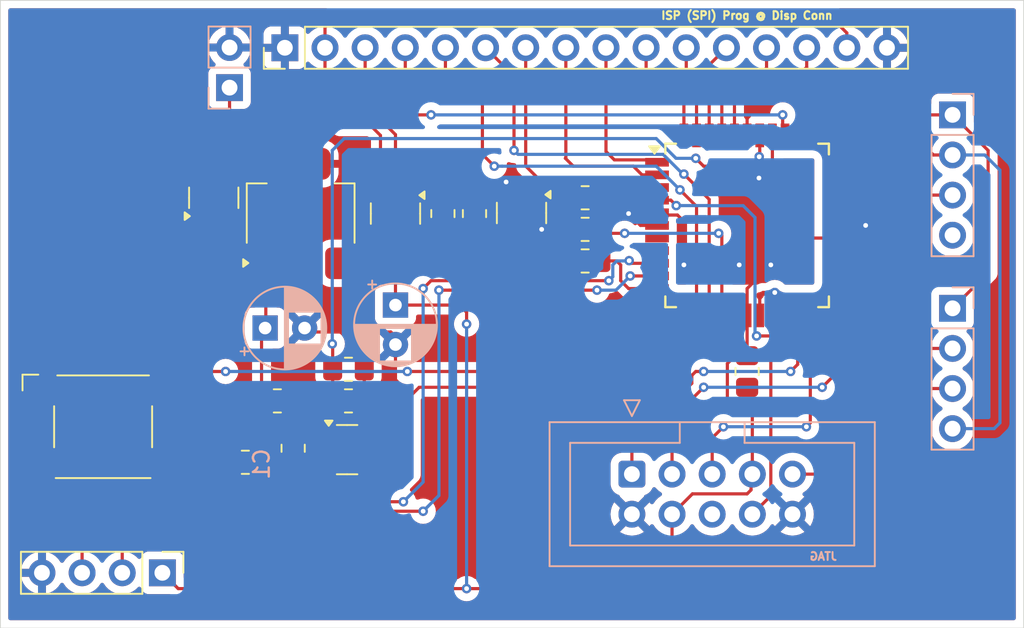
<source format=kicad_pcb>
(kicad_pcb (version 20240108) (generator "pcbnew") (generator_version "8.0")
  (layers (0 "F.Cu" signal) (31 "B.Cu" signal) (34 "B.Paste" user) (35 "F.Paste" user) (36 "B.SilkS" user "B.Silkscreen") (37 "F.SilkS" user "F.Silkscreen") (38 "B.Mask" user) (39 "F.Mask" user) (44 "Edge.Cuts" user))
  (net 0 "")
  (net 1 "Net-(Q1-B)")
  (net 2 "Net-(Q1-C)")
  (net 5 "Net-(Q3-C)")
  (net 6 "Net-(Q3-B)")
  (net 8 "/SensSup+")
  (net 9 "/SensEcho")
  (net 10 "/Wakeup")
  (net 11 "/VBatMeasEN")
  (net 12 "/TX0")
  (net 13 "/SensSig")
  (net 14 "/RX0")
  (net 16 "/VBatMeas")
  (net 17 "/SensTrig")
  (net 19 "/SensSup-")
  (net 20 "/Disp+")
  (net 22 "/DispEn")
  (net 25 "/TDI")
  (net 27 "+5V")
  (net 28 "GND")
  (net 29 "+9V")
  (net 30 "/TMS")
  (net 31 "/TCK")
  (net 32 "/TDO")
  (net 33 "/RESET")
  (net 34 "/D0")
  (net 35 "/D4")
  (net 36 "/D3")
  (net 37 "/RW")
  (net 38 "/D7")
  (net 39 "/RS")
  (net 40 "/D2")
  (net 41 "/E")
  (net 42 "/D1")
  (net 43 "/V0")
  (net 44 "/D6")
  (net 45 "/D5")
  (net 48 "/+9VFilt")
  (footprint "Resistor_SMD:R_0805_2012Metric_Pad1.20x1.40mm_HandSolder" (layer "F.Cu") (at 81.5 63)
    (property "Reference" "R10" (hide yes))
    (property "Value" "10K" (hide yes))
    (pad "1" smd roundrect (at -1 0) (size 1.2 1.4) (layers "F.Cu" "F.Paste" "F.Mask") (roundrect_rratio 0.2083333333) (net 27 "+5V"))
    (pad "2" smd roundrect (at 1 0) (size 1.2 1.4) (layers "F.Cu" "F.Paste" "F.Mask") (roundrect_rratio 0.2083333333) (net 10 "/Wakeup"))
  )
  (footprint "Resistor_SMD:R_0805_2012Metric_Pad1.20x1.40mm_HandSolder" (layer "F.Cu") (at 74.5 60 -90)
    (property "Reference" "R12" (hide yes))
    (property "Value" "TBD" (hide yes))
    (pad "1" smd roundrect (at -1 0 270) (size 1.2 1.4) (layers "F.Cu" "F.Paste" "F.Mask") (roundrect_rratio 0.2083333333) (net 43 "/V0"))
    (pad "2" smd roundrect (at 1 0 270) (size 1.2 1.4) (layers "F.Cu" "F.Paste" "F.Mask") (roundrect_rratio 0.2083333333) (net 5 "Net-(Q3-C)"))
  )
  (footprint "Resistor_SMD:R_0805_2012Metric_Pad1.20x1.40mm_HandSolder" (layer "F.Cu") (at 66.525 71.8625)
    (property "Reference" "R2" (hide yes))
    (property "Value" "10K" (hide yes))
    (pad "1" smd roundrect (at -1 0) (size 1.2 1.4) (layers "F.Cu" "F.Paste" "F.Mask") (roundrect_rratio 0.2083333333) (net 16 "/VBatMeas"))
    (pad "2" smd roundrect (at 1 0) (size 1.2 1.4) (layers "F.Cu" "F.Paste" "F.Mask") (roundrect_rratio 0.2083333333) (net 2 "Net-(Q1-C)"))
  )
  (footprint "Resistor_SMD:R_0805_2012Metric_Pad1.20x1.40mm_HandSolder" (layer "F.Cu") (at 91.75 70 -90)
    (property "Reference" "R5" (hide yes))
    (property "Value" "10K" (hide yes))
    (pad "1" smd roundrect (at -1 0 270) (size 1.2 1.4) (layers "F.Cu" "F.Paste" "F.Mask") (roundrect_rratio 0.2083333333) (net 27 "+5V"))
    (pad "2" smd roundrect (at 1 0 270) (size 1.2 1.4) (layers "F.Cu" "F.Paste" "F.Mask") (roundrect_rratio 0.2083333333) (net 33 "/RESET"))
  )
  (footprint "Resistor_SMD:R_0805_2012Metric_Pad1.20x1.40mm_HandSolder" (layer "F.Cu") (at 81.5 61 180)
    (property "Reference" "R14" (hide yes))
    (property "Value" "10K" (hide yes))
    (pad "1" smd roundrect (at -1 0 180) (size 1.2 1.4) (layers "F.Cu" "F.Paste" "F.Mask") (roundrect_rratio 0.2083333333) (net 22 "/DispEn"))
    (pad "2" smd roundrect (at 1 0 180) (size 1.2 1.4) (layers "F.Cu" "F.Paste" "F.Mask") (roundrect_rratio 0.2083333333) (net 28 "GND"))
  )
  (footprint "Package_TO_SOT_SMD:SOT-23" (layer "F.Cu") (at 58 59 90)
    (property "Reference" "Q5" (hide yes))
    (property "Value" "BC847" (hide yes))
    (pad "1" smd roundrect (at -0.9375 -0.95 90) (size 1.475 0.6) (layers "F.Cu" "F.Paste" "F.Mask") (net 29 "+9V"))
    (pad "2" smd roundrect (at -0.9375 0.95 90) (size 1.475 0.6) (layers "F.Cu" "F.Paste" "F.Mask") (net 48 "/+9VFilt"))
    (pad "3" smd roundrect (at 0.9375 0 90) (size 1.475 0.6) (layers "F.Cu" "F.Paste" "F.Mask") (net 29 "+9V"))
  )
  (footprint "Package_TO_SOT_SMD:SOT-23" (layer "F.Cu") (at 69.5 60 -90)
    (property "Reference" "Q4" (hide yes))
    (property "Value" "BC847" (hide yes))
    (pad "1" smd roundrect (at -0.9375 -0.95 270) (size 1.475 0.6) (layers "F.Cu" "F.Paste" "F.Mask") (net 22 "/DispEn"))
    (pad "2" smd roundrect (at -0.9375 0.95 270) (size 1.475 0.6) (layers "F.Cu" "F.Paste" "F.Mask") (net 20 "/Disp+"))
    (pad "3" smd roundrect (at 0.9375 0 270) (size 1.475 0.6) (layers "F.Cu" "F.Paste" "F.Mask") (net 27 "+5V"))
  )
  (footprint "Resistor_SMD:R_0805_2012Metric_Pad1.20x1.40mm_HandSolder" (layer "F.Cu") (at 81.5 59)
    (property "Reference" "R13" (hide yes))
    (property "Value" "100R" (hide yes))
    (pad "1" smd roundrect (at -1 0) (size 1.2 1.4) (layers "F.Cu" "F.Paste" "F.Mask") (roundrect_rratio 0.2083333333) (net 6 "Net-(Q3-B)"))
    (pad "2" smd roundrect (at 1 0) (size 1.2 1.4) (layers "F.Cu" "F.Paste" "F.Mask") (roundrect_rratio 0.2083333333) (net 22 "/DispEn"))
  )
  (footprint "Button_Switch_SMD:SW_SPST_Omron_B3FS-100xP" (layer "F.Cu") (at 51 73.5)
    (property "Reference" "SW1" (hide yes))
    (property "Value" "SW_Omron_B3FS" (hide yes))
    (pad "1" smd rect (at -4 -2.25 180) (size 1.6 1.4) (layers "F.Cu" "F.Paste" "F.Mask") (net 10 "/Wakeup"))
    (pad "1" smd rect (at 4 -2.25 180) (size 1.6 1.4) (layers "F.Cu" "F.Paste" "F.Mask") (net 10 "/Wakeup"))
    (pad "2" smd rect (at -4 2.25 180) (size 1.6 1.4) (layers "F.Cu" "F.Paste" "F.Mask") (net 28 "GND"))
    (pad "2" smd rect (at 4 2.25 180) (size 1.6 1.4) (layers "F.Cu" "F.Paste" "F.Mask") (net 28 "GND"))
  )
  (footprint "Resistor_SMD:R_0805_2012Metric_Pad1.20x1.40mm_HandSolder" (layer "F.Cu") (at 60 75.75 180)
    (property "Reference" "R3" (hide yes))
    (property "Value" "10K" (hide yes))
    (pad "1" smd roundrect (at -1 0 180) (size 1.2 1.4) (layers "F.Cu" "F.Paste" "F.Mask") (roundrect_rratio 0.2083333333) (net 11 "/VBatMeasEN"))
    (pad "2" smd roundrect (at 1 0 180) (size 1.2 1.4) (layers "F.Cu" "F.Paste" "F.Mask") (roundrect_rratio 0.2083333333) (net 28 "GND"))
  )
  (footprint "Resistor_SMD:R_0805_2012Metric_Pad1.20x1.40mm_HandSolder" (layer "F.Cu") (at 63.025 74.8625 -90)
    (property "Reference" "R4" (hide yes))
    (property "Value" "100R" (hide yes))
    (pad "1" smd roundrect (at -1 0 270) (size 1.2 1.4) (layers "F.Cu" "F.Paste" "F.Mask") (roundrect_rratio 0.2083333333) (net 1 "Net-(Q1-B)"))
    (pad "2" smd roundrect (at 1 0 270) (size 1.2 1.4) (layers "F.Cu" "F.Paste" "F.Mask") (roundrect_rratio 0.2083333333) (net 11 "/VBatMeasEN"))
  )
  (footprint "Resistor_SMD:R_0805_2012Metric_Pad1.20x1.40mm_HandSolder" (layer "F.Cu") (at 62.025 71.8625)
    (property "Reference" "R1" (hide yes))
    (property "Value" "10k" (hide yes))
    (pad "1" smd roundrect (at -1 0) (size 1.2 1.4) (layers "F.Cu" "F.Paste" "F.Mask") (roundrect_rratio 0.2083333333) (net 48 "/+9VFilt"))
    (pad "2" smd roundrect (at 1 0) (size 1.2 1.4) (layers "F.Cu" "F.Paste" "F.Mask") (roundrect_rratio 0.2083333333) (net 16 "/VBatMeas"))
  )
  (footprint "Package_TO_SOT_SMD:SOT-223-3_TabPin2" (layer "F.Cu") (at 63.5 60 90)
    (property "Reference" "U2" (hide yes))
    (property "Value" "MCP1825S" (hide yes))
    (pad "1" smd roundrect (at -3.15 -2.3 90) (size 2 1.5) (layers "F.Cu" "F.Paste" "F.Mask") (net 48 "/+9VFilt"))
    (pad "2" smd roundrect (at -3.15 0 90) (size 2 1.5) (layers "F.Cu" "F.Paste" "F.Mask") (net 28 "GND"))
    (pad "2" smd roundrect (at 3.15 0 90) (size 2 3.8) (layers "F.Cu" "F.Paste" "F.Mask") (net 28 "GND"))
    (pad "3" smd roundrect (at -3.15 2.3 90) (size 2 1.5) (layers "F.Cu" "F.Paste" "F.Mask") (net 27 "+5V"))
  )
  (footprint "Package_QFP:TQFP-44_10x10mm_P0.8mm" (layer "F.Cu") (at 91.75 60.75)
    (property "Reference" "U1" (hide yes))
    (property "Value" "ATmega1284P-A" (hide yes))
    (pad "1" smd rect (at -5.7 -4) (size 1.5 0.55) (layers "F.Cu" "F.Paste" "F.Mask") (net 40 "/D2"))
    (pad "2" smd rect (at -5.7 -3.2) (size 1.5 0.55) (layers "F.Cu" "F.Paste" "F.Mask") (net 42 "/D1"))
    (pad "3" smd rect (at -5.7 -2.4) (size 1.5 0.55) (layers "F.Cu" "F.Paste" "F.Mask") (net 34 "/D0"))
    (pad "4" smd rect (at -5.7 -1.6) (size 1.5 0.55) (layers "F.Cu" "F.Paste" "F.Mask") (net 33 "/RESET"))
    (pad "5" smd rect (at -5.7 -0.8) (size 1.5 0.55) (layers "F.Cu" "F.Paste" "F.Mask") (net 27 "+5V"))
    (pad "6" smd rect (at -5.7 0) (size 1.5 0.55) (layers "F.Cu" "F.Paste" "F.Mask") (net 28 "GND"))
    (pad "7" smd rect (at -5.7 0.8) (size 1.5 0.55) (layers "F.Cu" "F.Paste" "F.Mask"))
    (pad "8" smd rect (at -5.7 1.6) (size 1.5 0.55) (layers "F.Cu" "F.Paste" "F.Mask"))
    (pad "9" smd rect (at -5.7 2.4) (size 1.5 0.55) (layers "F.Cu" "F.Paste" "F.Mask") (net 14 "/RX0"))
    (pad "10" smd rect (at -5.7 3.2) (size 1.5 0.55) (layers "F.Cu" "F.Paste" "F.Mask") (net 12 "/TX0"))
    (pad "11" smd rect (at -5.7 4) (size 1.5 0.55) (layers "F.Cu" "F.Paste" "F.Mask") (net 10 "/Wakeup"))
    (pad "12" smd rect (at -4 5.7 90) (size 1.5 0.55) (layers "F.Cu" "F.Paste" "F.Mask") (net 11 "/VBatMeasEN"))
    (pad "13" smd rect (at -3.2 5.7 90) (size 1.5 0.55) (layers "F.Cu" "F.Paste" "F.Mask") (net 37 "/RW"))
    (pad "14" smd rect (at -2.4 5.7 90) (size 1.5 0.55) (layers "F.Cu" "F.Paste" "F.Mask") (net 41 "/E"))
    (pad "15" smd rect (at -1.6 5.7 90) (size 1.5 0.55) (layers "F.Cu" "F.Paste" "F.Mask") (net 22 "/DispEn"))
    (pad "16" smd rect (at -0.8 5.7 90) (size 1.5 0.55) (layers "F.Cu" "F.Paste" "F.Mask"))
    (pad "17" smd rect (at 0 5.7 90) (size 1.5 0.55) (layers "F.Cu" "F.Paste" "F.Mask") (net 27 "+5V"))
    (pad "18" smd rect (at 0.8 5.7 90) (size 1.5 0.55) (layers "F.Cu" "F.Paste" "F.Mask") (net 28 "GND"))
    (pad "19" smd rect (at 1.6 5.7 90) (size 1.5 0.55) (layers "F.Cu" "F.Paste" "F.Mask"))
    (pad "20" smd rect (at 2.4 5.7 90) (size 1.5 0.55) (layers "F.Cu" "F.Paste" "F.Mask"))
    (pad "21" smd rect (at 3.2 5.7 90) (size 1.5 0.55) (layers "F.Cu" "F.Paste" "F.Mask") (net 31 "/TCK"))
    (pad "22" smd rect (at 4 5.7 90) (size 1.5 0.55) (layers "F.Cu" "F.Paste" "F.Mask") (net 30 "/TMS"))
    (pad "23" smd rect (at 5.7 4) (size 1.5 0.55) (layers "F.Cu" "F.Paste" "F.Mask") (net 32 "/TDO"))
    (pad "24" smd rect (at 5.7 3.2) (size 1.5 0.55) (layers "F.Cu" "F.Paste" "F.Mask") (net 25 "/TDI"))
    (pad "25" smd rect (at 5.7 2.4) (size 1.5 0.55) (layers "F.Cu" "F.Paste" "F.Mask"))
    (pad "26" smd rect (at 5.7 1.6) (size 1.5 0.55) (layers "F.Cu" "F.Paste" "F.Mask"))
    (pad "27" smd rect (at 5.7 0.8) (size 1.5 0.55) (layers "F.Cu" "F.Paste" "F.Mask") (net 27 "+5V"))
    (pad "28" smd rect (at 5.7 0) (size 1.5 0.55) (layers "F.Cu" "F.Paste" "F.Mask") (net 28 "GND"))
    (pad "29" smd rect (at 5.7 -0.8) (size 1.5 0.55) (layers "F.Cu" "F.Paste" "F.Mask"))
    (pad "30" smd rect (at 5.7 -1.6) (size 1.5 0.55) (layers "F.Cu" "F.Paste" "F.Mask"))
    (pad "31" smd rect (at 5.7 -2.4) (size 1.5 0.55) (layers "F.Cu" "F.Paste" "F.Mask") (net 9 "/SensEcho"))
    (pad "32" smd rect (at 5.7 -3.2) (size 1.5 0.55) (layers "F.Cu" "F.Paste" "F.Mask") (net 17 "/SensTrig"))
    (pad "33" smd rect (at 5.7 -4) (size 1.5 0.55) (layers "F.Cu" "F.Paste" "F.Mask") (net 13 "/SensSig"))
    (pad "34" smd rect (at 4 -5.7 90) (size 1.5 0.55) (layers "F.Cu" "F.Paste" "F.Mask") (net 19 "/SensSup-"))
    (pad "35" smd rect (at 3.2 -5.7 90) (size 1.5 0.55) (layers "F.Cu" "F.Paste" "F.Mask") (net 8 "/SensSup+"))
    (pad "36" smd rect (at 2.4 -5.7 90) (size 1.5 0.55) (layers "F.Cu" "F.Paste" "F.Mask") (net 39 "/RS"))
    (pad "37" smd rect (at 1.6 -5.7 90) (size 1.5 0.55) (layers "F.Cu" "F.Paste" "F.Mask") (net 16 "/VBatMeas"))
    (pad "38" smd rect (at 0.8 -5.7 90) (size 1.5 0.55) (layers "F.Cu" "F.Paste" "F.Mask") (net 27 "+5V"))
    (pad "39" smd rect (at 0 -5.7 90) (size 1.5 0.55) (layers "F.Cu" "F.Paste" "F.Mask") (net 28 "GND"))
    (pad "40" smd rect (at -0.8 -5.7 90) (size 1.5 0.55) (layers "F.Cu" "F.Paste" "F.Mask") (net 38 "/D7"))
    (pad "41" smd rect (at -1.6 -5.7 90) (size 1.5 0.55) (layers "F.Cu" "F.Paste" "F.Mask") (net 44 "/D6"))
    (pad "42" smd rect (at -2.4 -5.7 90) (size 1.5 0.55) (layers "F.Cu" "F.Paste" "F.Mask") (net 45 "/D5"))
    (pad "43" smd rect (at -3.2 -5.7 90) (size 1.5 0.55) (layers "F.Cu" "F.Paste" "F.Mask") (net 35 "/D4"))
    (pad "44" smd rect (at -4 -5.7 90) (size 1.5 0.55) (layers "F.Cu" "F.Paste" "F.Mask") (net 36 "/D3"))
  )
  (footprint "Resistor_SMD:R_0805_2012Metric_Pad1.20x1.40mm_HandSolder" (layer "F.Cu") (at 72.5 60 90)
    (property "Reference" "R11" (hide yes))
    (property "Value" "TBD" (hide yes))
    (pad "1" smd roundrect (at -1 0 90) (size 1.2 1.4) (layers "F.Cu" "F.Paste" "F.Mask") (roundrect_rratio 0.2083333333) (net 27 "+5V"))
    (pad "2" smd roundrect (at 1 0 90) (size 1.2 1.4) (layers "F.Cu" "F.Paste" "F.Mask") (roundrect_rratio 0.2083333333) (net 43 "/V0"))
  )
  (footprint "Package_TO_SOT_SMD:SOT-23" (layer "F.Cu") (at 66.4375 74.95)
    (property "Reference" "Q1" (hide yes))
    (property "Value" "BC847" (hide yes))
    (pad "1" smd roundrect (at -0.9375 -0.95) (size 1.475 0.6) (layers "F.Cu" "F.Paste" "F.Mask") (net 1 "Net-(Q1-B)"))
    (pad "2" smd roundrect (at -0.9375 0.95) (size 1.475 0.6) (layers "F.Cu" "F.Paste" "F.Mask") (net 28 "GND"))
    (pad "3" smd roundrect (at 0.9375 0) (size 1.475 0.6) (layers "F.Cu" "F.Paste" "F.Mask") (net 2 "Net-(Q1-C)"))
  )
  (footprint "Package_TO_SOT_SMD:SOT-23" (layer "F.Cu") (at 77.475 59.9625 -90)
    (property "Reference" "Q3" (hide yes))
    (property "Value" "BC847" (hide yes))
    (pad "1" smd roundrect (at -0.9375 -0.95 270) (size 1.475 0.6) (layers "F.Cu" "F.Paste" "F.Mask") (net 6 "Net-(Q3-B)"))
    (pad "2" smd roundrect (at -0.9375 0.95 270) (size 1.475 0.6) (layers "F.Cu" "F.Paste" "F.Mask") (net 28 "GND"))
    (pad "3" smd roundrect (at 0.9375 0 270) (size 1.475 0.6) (layers "F.Cu" "F.Paste" "F.Mask") (net 5 "Net-(Q3-C)"))
  )
  (footprint "Connector_PinHeader_2.54mm:PinHeader_1x04_P2.54mm_Vertical" (layer "F.Cu") (at 54.75 82.75 -90)
    (property "Reference" "J4" (hide yes))
    (property "Value" "Conn_01x04_Pin" (hide yes))
    (pad "1" thru_hole rect (at 0 0 270) (size 1.7 1.7) (drill 1) (layers "*.Cu" "*.Mask") (net 27 "+5V"))
    (pad "2" thru_hole oval (at 0 2.54 270) (size 1.7 1.7) (drill 1) (layers "*.Cu" "*.Mask") (net 12 "/TX0"))
    (pad "3" thru_hole oval (at 0 5.08 270) (size 1.7 1.7) (drill 1) (layers "*.Cu" "*.Mask") (net 14 "/RX0"))
    (pad "4" thru_hole oval (at 0 7.62 270) (size 1.7 1.7) (drill 1) (layers "*.Cu" "*.Mask") (net 28 "GND"))
  )
  (footprint "Resistor_SMD:R_0805_2012Metric_Pad1.20x1.40mm_HandSolder" (layer "F.Cu") (at 66.525 69.8625)
    (property "Reference" "R9" (hide yes))
    (property "Value" "10K" (hide yes))
    (pad "1" smd roundrect (at -1 0) (size 1.2 1.4) (layers "F.Cu" "F.Paste" "F.Mask") (roundrect_rratio 0.2083333333) (net 16 "/VBatMeas"))
    (pad "2" smd roundrect (at 1 0) (size 1.2 1.4) (layers "F.Cu" "F.Paste" "F.Mask") (roundrect_rratio 0.2083333333) (net 2 "Net-(Q1-C)"))
  )
  (footprint "Connector_PinHeader_2.54mm:PinHeader_1x16_P2.54mm_Vertical" (layer "F.Cu") (at 62.5 49.5 90)
    (property "Reference" "J3" (hide yes))
    (property "Value" "Conn_01x16_Pin" (hide yes))
    (pad "1" thru_hole rect (at 0 0 90) (size 1.7 1.7) (drill 1) (layers "*.Cu" "*.Mask") (net 28 "GND"))
    (pad "2" thru_hole oval (at 0 2.54 90) (size 1.7 1.7) (drill 1) (layers "*.Cu" "*.Mask") (net 20 "/Disp+"))
    (pad "3" thru_hole oval (at 0 5.08 90) (size 1.7 1.7) (drill 1) (layers "*.Cu" "*.Mask") (net 43 "/V0"))
    (pad "4" thru_hole oval (at 0 7.62 90) (size 1.7 1.7) (drill 1) (layers "*.Cu" "*.Mask") (net 39 "/RS"))
    (pad "5" thru_hole oval (at 0 10.16 90) (size 1.7 1.7) (drill 1) (layers "*.Cu" "*.Mask") (net 37 "/RW"))
    (pad "6" thru_hole oval (at 0 12.7 90) (size 1.7 1.7) (drill 1) (layers "*.Cu" "*.Mask") (net 41 "/E"))
    (pad "7" thru_hole oval (at 0 15.24 90) (size 1.7 1.7) (drill 1) (layers "*.Cu" "*.Mask") (net 34 "/D0"))
    (pad "8" thru_hole oval (at 0 17.78 90) (size 1.7 1.7) (drill 1) (layers "*.Cu" "*.Mask") (net 42 "/D1"))
    (pad "9" thru_hole oval (at 0 20.32 90) (size 1.7 1.7) (drill 1) (layers "*.Cu" "*.Mask") (net 40 "/D2"))
    (pad "10" thru_hole oval (at 0 22.86 90) (size 1.7 1.7) (drill 1) (layers "*.Cu" "*.Mask") (net 36 "/D3"))
    (pad "11" thru_hole oval (at 0 25.4 90) (size 1.7 1.7) (drill 1) (layers "*.Cu" "*.Mask") (net 35 "/D4"))
    (pad "12" thru_hole oval (at 0 27.94 90) (size 1.7 1.7) (drill 1) (layers "*.Cu" "*.Mask") (net 45 "/D5"))
    (pad "13" thru_hole oval (at 0 30.48 90) (size 1.7 1.7) (drill 1) (layers "*.Cu" "*.Mask") (net 44 "/D6"))
    (pad "14" thru_hole oval (at 0 33.02 90) (size 1.7 1.7) (drill 1) (layers "*.Cu" "*.Mask") (net 38 "/D7"))
    (pad "15" thru_hole oval (at 0 35.56 90) (size 1.7 1.7) (drill 1) (layers "*.Cu" "*.Mask") (net 20 "/Disp+"))
    (pad "16" thru_hole oval (at 0 38.1 90) (size 1.7 1.7) (drill 1) (layers "*.Cu" "*.Mask") (net 28 "GND"))
  )
  (footprint "Capacitor_THT:CP_Radial_D5.0mm_P2.50mm" (layer "B.Cu") (at 61.25 67.25)
    (property "Reference" "C1" (at -0.225 8.6125 90) (layer "B.SilkS") (effects (justify mirror)))
    (property "Value" "10u")
    (pad "1" thru_hole rect (at 0 0) (size 1.6 1.6) (drill 0.8) (layers "*.Cu" "*.Mask") (net 48 "/+9VFilt"))
    (pad "2" thru_hole circle (at 2.5 0) (size 1.6 1.6) (drill 0.8) (layers "*.Cu" "*.Mask") (net 28 "GND"))
  )
  (footprint "Connector_PinHeader_2.54mm:PinHeader_1x04_P2.54mm_Vertical" (layer "B.Cu") (at 104.75 66 180)
    (property "Reference" "J6" (hide yes))
    (property "Value" "Conn_01x04_Pin" (hide yes))
    (pad "1" thru_hole rect (at 0 0 180) (size 1.7 1.7) (drill 1) (layers "*.Cu" "*.Mask") (net 8 "/SensSup+"))
    (pad "2" thru_hole oval (at 0 -2.54 180) (size 1.7 1.7) (drill 1) (layers "*.Cu" "*.Mask") (net 17 "/SensTrig"))
    (pad "3" thru_hole oval (at 0 -5.08 180) (size 1.7 1.7) (drill 1) (layers "*.Cu" "*.Mask") (net 9 "/SensEcho"))
    (pad "4" thru_hole oval (at 0 -7.62 180) (size 1.7 1.7) (drill 1) (layers "*.Cu" "*.Mask") (net 19 "/SensSup-"))
  )
  (footprint "Connector_PinHeader_2.54mm:PinHeader_1x02_P2.54mm_Vertical" (layer "B.Cu") (at 59 52.025)
    (property "Reference" "J2" (hide yes))
    (property "Value" "Conn_01x02" (hide yes))
    (pad "1" thru_hole rect (at 0 0) (size 1.7 1.7) (drill 1) (layers "*.Cu" "*.Mask") (net 29 "+9V"))
    (pad "2" thru_hole oval (at 0 -2.54) (size 1.7 1.7) (drill 1) (layers "*.Cu" "*.Mask") (net 28 "GND"))
  )
  (footprint "Connector_PinHeader_2.54mm:PinHeader_1x04_P2.54mm_Vertical" (layer "B.Cu") (at 104.75 53.75 180)
    (property "Reference" "J5" (hide yes))
    (property "Value" "Conn_01x04_Pin" (hide yes))
    (pad "1" thru_hole rect (at 0 0 180) (size 1.7 1.7) (drill 1) (layers "*.Cu" "*.Mask") (net 8 "/SensSup+"))
    (pad "2" thru_hole oval (at 0 -2.54 180) (size 1.7 1.7) (drill 1) (layers "*.Cu" "*.Mask") (net 19 "/SensSup-"))
    (pad "3" thru_hole oval (at 0 -5.08 180) (size 1.7 1.7) (drill 1) (layers "*.Cu" "*.Mask") (net 13 "/SensSig"))
    (pad "4" thru_hole oval (at 0 -7.62 180) (size 1.7 1.7) (drill 1) (layers "*.Cu" "*.Mask"))
  )
  (footprint "Capacitor_THT:CP_Radial_D5.0mm_P2.50mm" (layer "B.Cu") (at 69.5 65.794888 -90)
    (property "Reference" "C2" (hide yes))
    (property "Value" "1u")
    (pad "1" thru_hole rect (at 0 0 270) (size 1.6 1.6) (drill 0.8) (layers "*.Cu" "*.Mask") (net 27 "+5V"))
    (pad "2" thru_hole circle (at 2.5 0 270) (size 1.6 1.6) (drill 0.8) (layers "*.Cu" "*.Mask") (net 28 "GND"))
  )
  (footprint "Connector_IDC:IDC-Header_2x05_P2.54mm_Vertical" (layer "B.Cu") (at 84.46 76.5 -90)
    (property "Reference" "J1" (hide yes))
    (property "Value" "AVR-JTAG-10" (hide yes))
    (pad "1" thru_hole roundrect (at 0 0 270) (size 1.7 1.7) (drill 1) (layers "*.Cu" "*.Mask") (roundrect_rratio 0.1470588235) (net 31 "/TCK"))
    (pad "2" thru_hole circle (at 2.54 0 270) (size 1.7 1.7) (drill 1) (layers "*.Cu" "*.Mask") (net 28 "GND"))
    (pad "3" thru_hole circle (at 0 -2.54 270) (size 1.7 1.7) (drill 1) (layers "*.Cu" "*.Mask") (net 32 "/TDO"))
    (pad "4" thru_hole circle (at 2.54 -2.54 270) (size 1.7 1.7) (drill 1) (layers "*.Cu" "*.Mask") (net 27 "+5V"))
    (pad "5" thru_hole circle (at 0 -5.08 270) (size 1.7 1.7) (drill 1) (layers "*.Cu" "*.Mask") (net 30 "/TMS"))
    (pad "6" thru_hole circle (at 2.54 -5.08 270) (size 1.7 1.7) (drill 1) (layers "*.Cu" "*.Mask"))
    (pad "7" thru_hole circle (at 0 -7.62 270) (size 1.7 1.7) (drill 1) (layers "*.Cu" "*.Mask") (net 27 "+5V"))
    (pad "8" thru_hole circle (at 2.54 -7.62 270) (size 1.7 1.7) (drill 1) (layers "*.Cu" "*.Mask") (net 33 "/RESET"))
    (pad "9" thru_hole circle (at 0 -10.16 270) (size 1.7 1.7) (drill 1) (layers "*.Cu" "*.Mask") (net 25 "/TDI"))
    (pad "10" thru_hole circle (at 2.54 -10.16 270) (size 1.7 1.7) (drill 1) (layers "*.Cu" "*.Mask") (net 28 "GND"))
  )
  (gr_rect (start 44.5 46.5) (end 109.25 86.25) (stroke (width 0.05)) (fill none) (layer "Edge.Cuts"))
  (gr_text "JTAG" (at 97.5 82 0) (layer "B.SilkS") (effects (font (size 0.5 0.5) (thickness 0.125) (bold yes)) (justify left bottom mirror)))
  (gr_text "ISP (SPI) Prog @ Disp Conn" (at 86.25 47.75 0) (layer "F.SilkS") (effects (font (size 0.5 0.5) (thickness 0.125) (bold yes)) (justify left bottom)))
  (segment (start 65.5 74) (end 63.1625 74) (width 0.2) (layer "F.Cu") (net 1))
  (segment (start 63.1625 74) (end 63.025 73.8625) (width 0.2) (layer "F.Cu") (net 1))
  (segment (start 67.375 72.0125) (end 67.525 71.8625) (width 0.2) (layer "F.Cu") (net 2))
  (segment (start 67.375 74.95) (end 67.375 72.0125) (width 0.2) (layer "F.Cu") (net 2))
  (segment (start 67.525 71.8625) (end 67.525 69.8625) (width 0.2) (layer "F.Cu") (net 2))
  (segment (start 77.475 60.9) (end 74.6 60.9) (width 0.2) (layer "F.Cu") (net 5))
  (segment (start 74.6 60.9) (end 74.5 61) (width 0.2) (layer "F.Cu") (net 5))
  (segment (start 80.475 59.025) (end 80.5 59) (width 0.2) (layer "F.Cu") (net 6))
  (segment (start 78.425 59.025) (end 80.475 59.025) (width 0.2) (layer "F.Cu") (net 6))
  (segment (start 107 63.75) (end 107 56) (width 0.2) (layer "F.Cu") (net 8))
  (segment (start 104.75 53.75) (end 95.25 53.75) (width 0.2) (layer "F.Cu") (net 8))
  (segment (start 107 56) (end 104.75 53.75) (width 0.2) (layer "F.Cu") (net 8))
  (segment (start 104.75 66) (end 107 63.75) (width 0.2) (layer "F.Cu") (net 8))
  (segment (start 95.25 53.75) (end 94.95 54.05) (width 0.2) (layer "F.Cu") (net 8))
  (segment (start 94.95 54.05) (end 94.95 55.05) (width 0.2) (layer "F.Cu") (net 8))
  (segment (start 100.75 70.25) (end 100.75 59) (width 0.2) (layer "F.Cu") (net 9))
  (segment (start 100.1 58.35) (end 97.45 58.35) (width 0.2) (layer "F.Cu") (net 9))
  (segment (start 104.75 71.08) (end 101.58 71.08) (width 0.2) (layer "F.Cu") (net 9))
  (segment (start 101.58 71.08) (end 100.75 70.25) (width 0.2) (layer "F.Cu") (net 9))
  (segment (start 100.75 59) (end 100.1 58.35) (width 0.2) (layer "F.Cu") (net 9))
  (segment (start 47 71.25) (end 55 71.25) (width 0.2) (layer "F.Cu") (net 10))
  (segment (start 82.5 63) (end 83.5 63) (width 0.2) (layer "F.Cu") (net 10))
  (segment (start 83.75 63.25) (end 83.75 64.25) (width 0.2) (layer "F.Cu") (net 10))
  (segment (start 55 71.25) (end 56.25 70) (width 0.2) (layer "F.Cu") (net 10))
  (segment (start 85.5 70) (end 86.05 69.45) (width 0.2) (layer "F.Cu") (net 10))
  (segment (start 86.05 69.45) (end 86.05 64.75) (width 0.2) (layer "F.Cu") (net 10))
  (segment (start 83.75 64.25) (end 84.25 64.75) (width 0.2) (layer "F.Cu") (net 10))
  (segment (start 56.25 70) (end 58.75 70) (width 0.2) (layer "F.Cu") (net 10))
  (segment (start 84.25 64.75) (end 86.05 64.75) (width 0.2) (layer "F.Cu") (net 10))
  (segment (start 83.5 63) (end 83.75 63.25) (width 0.2) (layer "F.Cu") (net 10))
  (segment (start 70.25 70) (end 85.5 70) (width 0.2) (layer "F.Cu") (net 10))
  (via (at 70.25 70) (size 0.6) (drill 0.3) (layers "F.Cu" "B.Cu") (net 10))
  (via (at 58.75 70) (size 0.6) (drill 0.3) (layers "F.Cu" "B.Cu") (net 10))
  (segment (start 58.75 70) (end 70.25 70) (width 0.2) (layer "B.Cu") (net 10))
  (segment (start 71 71) (end 87 71) (width 0.2) (layer "F.Cu") (net 11))
  (segment (start 61 75.75) (end 62.9125 75.75) (width 0.2) (layer "F.Cu") (net 11))
  (segment (start 69.5 77.5) (end 70.5 76.5) (width 0.2) (layer "F.Cu") (net 11))
  (segment (start 70.5 76.5) (end 70.5 71.5) (width 0.2) (layer "F.Cu") (net 11))
  (segment (start 62.9125 75.75) (end 63.025 75.8625) (width 0.2) (layer "F.Cu") (net 11))
  (segment (start 87.75 70.25) (end 87.75 66.45) (width 0.2) (layer "F.Cu") (net 11))
  (segment (start 63.025 75.8625) (end 63.025 76.775) (width 0.2) (layer "F.Cu") (net 11))
  (segment (start 87 71) (end 87.75 70.25) (width 0.2) (layer "F.Cu") (net 11))
  (segment (start 63.75 77.5) (end 69.5 77.5) (width 0.2) (layer "F.Cu") (net 11))
  (segment (start 63.025 76.775) (end 63.75 77.5) (width 0.2) (layer "F.Cu") (net 11))
  (segment (start 70.5 71.5) (end 71 71) (width 0.2) (layer "F.Cu") (net 11))
  (segment (start 72.9 64.85) (end 82.25 64.85) (width 0.2) (layer "F.Cu") (net 12))
  (segment (start 86.049265 63.950735) (end 86.05 63.95) (width 0.2) (layer "F.Cu") (net 12))
  (segment (start 52.21 79.54) (end 52.75 79) (width 0.2) (layer "F.Cu") (net 12))
  (segment (start 52.21 82.75) (end 52.21 79.54) (width 0.2) (layer "F.Cu") (net 12))
  (segment (start 52.9 78.85) (end 71.25 78.85) (width 0.2) (layer "F.Cu") (net 12))
  (segment (start 52.75 79) (end 52.9 78.85) (width 0.2) (layer "F.Cu") (net 12))
  (segment (start 72.25 64.85) (end 72.9 64.85) (width 0.2) (layer "F.Cu") (net 12))
  (segment (start 84.35 63.950735) (end 86.049265 63.950735) (width 0.2) (layer "F.Cu") (net 12))
  (via (at 82.25 64.85) (size 0.6) (drill 0.3) (layers "F.Cu" "B.Cu") (net 12))
  (via (at 72.25 64.85) (size 0.6) (drill 0.3) (layers "F.Cu" "B.Cu") (net 12))
  (via (at 71.25 78.85) (size 0.6) (drill 0.3) (layers "F.Cu" "B.Cu") (net 12))
  (via (at 84.35 63.950735) (size 0.6) (drill 0.3) (layers "F.Cu" "B.Cu") (net 12))
  (segment (start 83.450735 64.85) (end 82.25 64.85) (width 0.2) (layer "B.Cu") (net 12))
  (segment (start 84.35 63.950735) (end 83.450735 64.85) (width 0.2) (layer "B.Cu") (net 12))
  (segment (start 72.25 77.85) (end 72.25 64.85) (width 0.2) (layer "B.Cu") (net 12))
  (segment (start 71.25 78.85) (end 72.25 77.85) (width 0.2) (layer "B.Cu") (net 12))
  (segment (start 104.75 58.83) (end 103.33 58.83) (width 0.2) (layer "F.Cu") (net 13))
  (segment (start 102.5 56.75) (end 97.45 56.75) (width 0.2) (layer "F.Cu") (net 13))
  (segment (start 103 57.25) (end 102.5 56.75) (width 0.2) (layer "F.Cu") (net 13))
  (segment (start 103.33 58.83) (end 103 58.5) (width 0.2) (layer "F.Cu") (net 13))
  (segment (start 103 58.5) (end 103 57.25) (width 0.2) (layer "F.Cu") (net 13))
  (segment (start 86.05 63.15) (end 84.454986 63.15) (width 0.2) (layer "F.Cu") (net 14))
  (segment (start 49.67 79.58) (end 49.67 82.75) (width 0.2) (layer "F.Cu") (net 14))
  (segment (start 84.454986 63.15) (end 84.286657 62.981671) (width 0.2) (layer "F.Cu") (net 14))
  (segment (start 51 78.25) (end 49.67 79.58) (width 0.2) (layer "F.Cu") (net 14))
  (segment (start 72.25 64.25) (end 83 64.25) (width 0.2) (layer "F.Cu") (net 14))
  (segment (start 71.25 64.75) (end 71.75 64.25) (width 0.2) (layer "F.Cu") (net 14))
  (segment (start 71.75 64.25) (end 72.25 64.25) (width 0.2) (layer "F.Cu") (net 14))
  (segment (start 51 78.25) (end 70 78.25) (width 0.2) (layer "F.Cu") (net 14))
  (via (at 71.25 64.75) (size 0.6) (drill 0.3) (layers "F.Cu" "B.Cu") (net 14))
  (via (at 70 78.25) (size 0.6) (drill 0.3) (layers "F.Cu" "B.Cu") (net 14))
  (via (at 84.286657 62.981671) (size 0.6) (drill 0.3) (layers "F.Cu" "B.Cu") (net 14))
  (via (at 83 64.25) (size 0.6) (drill 0.3) (layers "F.Cu" "B.Cu") (net 14))
  (segment (start 83.25 63.25) (end 83.5 63) (width 0.2) (layer "B.Cu") (net 14))
  (segment (start 83 64.25) (end 83.25 64) (width 0.2) (layer "B.Cu") (net 14))
  (segment (start 70 78.25) (end 71.25 77) (width 0.2) (layer "B.Cu") (net 14))
  (segment (start 83.5 63) (end 84.268328 63) (width 0.2) (layer "B.Cu") (net 14))
  (segment (start 84.268328 63) (end 84.286657 62.981671) (width 0.2) (layer "B.Cu") (net 14))
  (segment (start 83.25 64) (end 83.25 63.25) (width 0.2) (layer "B.Cu") (net 14))
  (segment (start 71.25 77) (end 71.25 64.75) (width 0.2) (layer "B.Cu") (net 14))
  (segment (start 93.35 56.9) (end 93.35 55.05) (width 0.2) (layer "F.Cu") (net 16))
  (segment (start 65.525 71.8625) (end 65.525 69.8625) (width 0.2) (layer "F.Cu") (net 16))
  (segment (start 93.25 57) (end 89 57) (width 0.2) (layer "F.Cu") (net 16))
  (segment (start 63.025 71.8625) (end 65.525 71.8625) (width 0.2) (layer "F.Cu") (net 16))
  (segment (start 65.525 69.8625) (end 65.525 68.275) (width 0.2) (layer "F.Cu") (net 16))
  (segment (start 93.25 57) (end 93.35 56.9) (width 0.2) (layer "F.Cu") (net 16))
  (segment (start 89 57) (end 88.5 56.5) (width 0.2) (layer "F.Cu") (net 16))
  (segment (start 65.525 68.275) (end 65.5 68.25) (width 0.2) (layer "F.Cu") (net 16))
  (via (at 65.5 68.25) (size 0.6) (drill 0.3) (layers "F.Cu" "B.Cu") (net 16))
  (via (at 88.5 56.5) (size 0.6) (drill 0.3) (layers "F.Cu" "B.Cu") (net 16))
  (segment (start 65.5 56) (end 65.5 68.25) (width 0.2) (layer "B.Cu") (net 16))
  (segment (start 88.5 56.5) (end 87.25 56.5) (width 0.2) (layer "B.Cu") (net 16))
  (segment (start 86 55.25) (end 66.25 55.25) (width 0.2) (layer "B.Cu") (net 16))
  (segment (start 66.25 55.25) (end 65.5 56) (width 0.2) (layer "B.Cu") (net 16))
  (segment (start 87.25 56.5) (end 86 55.25) (width 0.2) (layer "B.Cu") (net 16))
  (segment (start 102 67.25) (end 102 58.5) (width 0.2) (layer "F.Cu") (net 17))
  (segment (start 103.29 68.54) (end 102 67.25) (width 0.2) (layer "F.Cu") (net 17))
  (segment (start 102 58.5) (end 101.05 57.55) (width 0.2) (layer "F.Cu") (net 17))
  (segment (start 104.75 68.54) (end 103.29 68.54) (width 0.2) (layer "F.Cu") (net 17))
  (segment (start 101.05 57.55) (end 97.45 57.55) (width 0.2) (layer "F.Cu") (net 17))
  (segment (start 95.75 55.05) (end 102.3 55.05) (width 0.2) (layer "F.Cu") (net 19))
  (segment (start 102.3 55.05) (end 103.54 56.29) (width 0.2) (layer "F.Cu") (net 19))
  (segment (start 103.54 56.29) (end 104.75 56.29) (width 0.2) (layer "F.Cu") (net 19))
  (segment (start 106.79 56.29) (end 104.75 56.29) (width 0.2) (layer "B.Cu") (net 19))
  (segment (start 107.75 73.25) (end 107.75 57.25) (width 0.2) (layer "B.Cu") (net 19))
  (segment (start 107.75 57.25) (end 106.79 56.29) (width 0.2) (layer "B.Cu") (net 19))
  (segment (start 104.75 73.62) (end 107.38 73.62) (width 0.2) (layer "B.Cu") (net 19))
  (segment (start 107.38 73.62) (end 107.75 73.25) (width 0.2) (layer "B.Cu") (net 19))
  (segment (start 65.04 48.21) (end 65.5 47.75) (width 0.2) (layer "F.Cu") (net 20))
  (segment (start 68.55 59.0625) (end 68.55 55.05) (width 0.2) (layer "F.Cu") (net 20))
  (segment (start 68 54.5) (end 66 54.5) (width 0.2) (layer "F.Cu") (net 20))
  (segment (start 65.5 47.75) (end 97.25 47.75) (width 0.2) (layer "F.Cu") (net 20))
  (segment (start 65.04 53.54) (end 65.04 49.5) (width 0.2) (layer "F.Cu") (net 20))
  (segment (start 66 54.5) (end 65.04 53.54) (width 0.2) (layer "F.Cu") (net 20))
  (segment (start 98.06 48.56) (end 98.06 49.5) (width 0.2) (layer "F.Cu") (net 20))
  (segment (start 97.25 47.75) (end 98.06 48.56) (width 0.2) (layer "F.Cu") (net 20))
  (segment (start 68.55 55.05) (end 68 54.5) (width 0.2) (layer "F.Cu") (net 20))
  (segment (start 65.04 49.5) (end 65.04 48.21) (width 0.2) (layer "F.Cu") (net 20))
  (segment (start 76.934448 60.0625) (end 76.184448 60.0625) (width 0.2) (layer "F.Cu") (net 22))
  (segment (start 82.5 61) (end 82.5 59) (width 0.2) (layer "F.Cu") (net 22))
  (segment (start 82.75 61.25) (end 82.5 61) (width 0.2) (layer "F.Cu") (net 22))
  (segment (start 79.75 60) (end 79.6875 60.0625) (width 0.2) (layer "F.Cu") (net 22))
  (segment (start 90.15 66.45) (end 90.15 61.4) (width 0.2) (layer "F.Cu") (net 22))
  (segment (start 82.5 60) (end 79.75 60) (width 0.2) (layer "F.Cu") (net 22))
  (segment (start 76.184448 60.0625) (end 76.121948 60) (width 0.2) (layer "F.Cu") (net 22))
  (segment (start 90.15 61.4) (end 90 61.25) (width 0.2) (layer "F.Cu") (net 22))
  (segment (start 77.8625 59.8625) (end 77.134448 59.8625) (width 0.2) (layer "F.Cu") (net 22))
  (segment (start 84 61.25) (end 82.75 61.25) (width 0.2) (layer "F.Cu") (net 22))
  (segment (start 70.5 60) (end 70.45 59.95) (width 0.2) (layer "F.Cu") (net 22))
  (segment (start 70.45 59.95) (end 70.45 59.0625) (width 0.2) (layer "F.Cu") (net 22))
  (segment (start 90 61.25) (end 89.95 61.25) (width 0.2) (layer "F.Cu") (net 22))
  (segment (start 82.5 59) (end 82.5 60) (width 0.2) (layer "F.Cu") (net 22))
  (segment (start 77.134448 59.8625) (end 76.934448 60.0625) (width 0.2) (layer "F.Cu") (net 22))
  (segment (start 76.121948 60) (end 70.5 60) (width 0.2) (layer "F.Cu") (net 22))
  (segment (start 79.6875 60.0625) (end 78.0625 60.0625) (width 0.2) (layer "F.Cu") (net 22))
  (segment (start 78.0625 60.0625) (end 77.8625 59.8625) (width 0.2) (layer "F.Cu") (net 22))
  (via (at 89.95 61.25) (size 0.6) (drill 0.3) (layers "F.Cu" "B.Cu") (net 22))
  (via (at 84 61.25) (size 0.6) (drill 0.3) (layers "F.Cu" "B.Cu") (net 22))
  (segment (start 84.25 61.25) (end 84 61.25) (width 0.2) (layer "B.Cu") (net 22))
  (segment (start 89.95 61.25) (end 84.25 61.25) (width 0.2) (layer "B.Cu") (net 22))
  (segment (start 99.25 74.75) (end 99.25 64.5) (width 0.2) (layer "F.Cu") (net 25))
  (segment (start 98.7 63.95) (end 97.45 63.95) (width 0.2) (layer "F.Cu") (net 25))
  (segment (start 94.62 76.5) (end 97.5 76.5) (width 0.2) (layer "F.Cu") (net 25))
  (segment (start 97.5 76.5) (end 99.25 74.75) (width 0.2) (layer "F.Cu") (net 25))
  (segment (start 99.25 64.5) (end 98.7 63.95) (width 0.2) (layer "F.Cu") (net 25))
  (segment (start 87.343776 60.093776) (end 87.75 60.5) (width 0.2) (layer "F.Cu") (net 27))
  (segment (start 54.75 82.75) (end 55.75 83.75) (width 0.2) (layer "F.Cu") (net 27))
  (segment (start 92 76.58) (end 92.08 76.5) (width 0.2) (layer "F.Cu") (net 27))
  (segment (start 69.5 63.15) (end 72.35 63.15) (width 0.2) (layer "F.Cu") (net 27))
  (segment (start 91.75 76.17) (end 92.08 76.5) (width 0.2) (layer "F.Cu") (net 27))
  (segment (start 91.75 69) (end 91 69) (width 0.2) (layer "F.Cu") (net 27))
  (segment (start 74 83.75) (end 85.25 83.75) (width 0.2) (layer "F.Cu") (net 27))
  (segment (start 86.05 59.95) (end 86.193776 60.093776) (width 0.2) (layer "F.Cu") (net 27))
  (segment (start 91 72.25) (end 91.5 72.25) (width 0.2) (layer "F.Cu") (net 27))
  (segment (start 65.8 63.15) (end 66.5 63.15) (width 0.2) (layer "F.Cu") (net 27))
  (segment (start 74 66.25) (end 74 67) (width 0.2) (layer "F.Cu") (net 27))
  (segment (start 55.75 83.75) (end 74 83.75) (width 0.2) (layer "F.Cu") (net 27))
  (segment (start 88.29 77.75) (end 91.75 77.75) (width 0.2) (layer "F.Cu") (net 27))
  (segment (start 91.75 66.45) (end 91.75 69) (width 0.2) (layer "F.Cu") (net 27))
  (segment (start 66.5 63.15) (end 69 63.15) (width 0.2) (layer "F.Cu") (net 27))
  (segment (start 97.45 61.55) (end 95.3 61.55) (width 0.2) (layer "F.Cu") (net 27))
  (segment (start 72.35 63.15) (end 72.5 63) (width 0.2) (layer "F.Cu") (net 27))
  (segment (start 69 63.15) (end 69.5 63.15) (width 0.2) (layer "F.Cu") (net 27))
  (segment (start 87 82) (end 87 79.04) (width 0.2) (layer "F.Cu") (net 27))
  (segment (start 92.55 55.05) (end 92.55 56.364276) (width 0.2) (layer "F.Cu") (net 27))
  (segment (start 93.25 63.25) (end 91.75 64.75) (width 0.2) (layer "F.Cu") (net 27))
  (segment (start 92 77.5) (end 92 76.58) (width 0.2) (layer "F.Cu") (net 27))
  (segment (start 91 69) (end 90.5 69.5) (width 0.2) (layer "F.Cu") (net 27))
  (segment (start 91.75 64.75) (end 91.75 66.45) (width 0.2) (layer "F.Cu") (net 27))
  (segment (start 95.3 61.55) (end 95.25 61.5) (width 0.2) (layer "F.Cu") (net 27))
  (segment (start 90.5 71.75) (end 91 72.25) (width 0.2) (layer "F.Cu") (net 27))
  (segment (start 72.5 63) (end 72.5 61) (width 0.2) (layer "F.Cu") (net 27))
  (segment (start 87 79.04) (end 88.29 77.75) (width 0.2) (layer "F.Cu") (net 27))
  (segment (start 69.5 65.794888) (end 73.544888 65.794888) (width 0.2) (layer "F.Cu") (net 27))
  (segment (start 85.25 83.75) (end 87 82) (width 0.2) (layer "F.Cu") (net 27))
  (segment (start 69.5 63) (end 69.5 63.15) (width 0.2) (layer "F.Cu") (net 27))
  (segment (start 73.544888 65.794888) (end 74 66.25) (width 0.2) (layer "F.Cu") (net 27))
  (segment (start 92.08 72.83) (end 92.08 76.5) (width 0.2) (layer "F.Cu") (net 27))
  (segment (start 91.75 77.75) (end 92 77.5) (width 0.2) (layer "F.Cu") (net 27))
  (segment (start 72.5 63) (end 80.5 63) (width 0.2) (layer "F.Cu") (net 27))
  (segment (start 90.5 69.5) (end 90.5 71.75) (width 0.2) (layer "F.Cu") (net 27))
  (segment (start 91.5 72.25) (end 92.08 72.83) (width 0.2) (layer "F.Cu") (net 27))
  (segment (start 69.5 60.9375) (end 69.5 63) (width 0.2) (layer "F.Cu") (net 27))
  (segment (start 92.55 56.364276) (end 92.514276 56.4) (width 0.2) (layer "F.Cu") (net 27))
  (segment (start 69.5 63) (end 69.5 65.794888) (width 0.2) (layer "F.Cu") (net 27))
  (segment (start 86.193776 60.093776) (end 87.343776 60.093776) (width 0.2) (layer "F.Cu") (net 27))
  (via (at 74 67) (size 0.6) (drill 0.3) (layers "F.Cu" "B.Cu") (net 27))
  (via (at 74 83.75) (size 0.6) (drill 0.3) (layers "F.Cu" "B.Cu") (net 27))
  (via (at 91.25 63.25) (size 0.6) (drill 0.3) (layers "F.Cu" "B.Cu") (net 27))
  (via (at 92.514276 56.4) (size 0.6) (drill 0.3) (layers "F.Cu" "B.Cu") (net 27))
  (via (at 93.25 63.25) (size 0.6) (drill 0.3) (layers "F.Cu" "B.Cu") (net 27))
  (via (at 92.5 57.75) (size 0.6) (drill 0.3) (layers "F.Cu" "B.Cu") (net 27))
  (via (at 87.75 63.25) (size 0.6) (drill 0.3) (layers "F.Cu" "B.Cu") (net 27))
  (segment (start 74 67) (end 74 83.75) (width 0.2) (layer "B.Cu") (net 27))
  (segment (start 92.514276 57.735724) (end 92.5 57.75) (width 0.2) (layer "B.Cu") (net 27))
  (segment (start 92.514276 56.4) (end 92.514276 57.735724) (width 0.2) (layer "B.Cu") (net 27))
  (segment (start 97.45 60.75) (end 99.25 60.75) (width 0.2) (layer "F.Cu") (net 28))
  (segment (start 86.05 60.75) (end 85 60.75) (width 0.2) (layer "F.Cu") (net 28))
  (segment (start 92.55 66.45) (end 92.55 65.2) (width 0.2) (layer "F.Cu") (net 28))
  (segment (start 63.75 67.25) (end 64 67.5) (width 0.2) (layer "F.Cu") (net 28))
  (segment (start 85 60.75) (end 84.25 60) (width 0.2) (layer "F.Cu") (net 28))
  (segment (start 91.75 55.05) (end 91.75 53.25) (width 0.2) (layer "F.Cu") (net 28))
  (segment (start 63.794888 63.444888) (end 63.5 63.15) (width 0.2) (layer "F.Cu") (net 28))
  (segment (start 92.75 65) (end 93.25 65) (width 0.2) (layer "F.Cu") (net 28))
  (segment (start 65.5 75.9) (end 69.1 75.9) (width 0.2) (layer "F.Cu") (net 28))
  (segment (start 69.1 75.9) (end 69.5 75.5) (width 0.2) (layer "F.Cu") (net 28))
  (segment (start 69.5 67.794888) (end 69.5 68.294888) (width 0.2) (layer "F.Cu") (net 28))
  (segment (start 47.13 75.38) (end 47 75.25) (width 0.2) (layer "F.Cu") (net 28))
  (segment (start 55 75.25) (end 55 75.75) (width 0.2) (layer "F.Cu") (net 28))
  (segment (start 93.25 65) (end 93.5 65) (width 0.2) (layer "F.Cu") (net 28))
  (segment (start 62.46 49.46) (end 62.5 49.5) (width 0.2) (layer "F.Cu") (net 28))
  (segment (start 69.5 75.5) (end 69.5 68.294888) (width 0.2) (layer "F.Cu") (net 28))
  (segment (start 92.55 65.2) (end 92.75 65) (width 0.2) (layer "F.Cu") (net 28))
  (segment (start 64 67.5) (end 69.205112 67.5) (width 0.2) (layer "F.Cu") (net 28))
  (segment (start 69.205112 67.5) (end 69.5 67.794888) (width 0.2) (layer "F.Cu") (net 28))
  (via (at 84.25 60) (size 0.6) (drill 0.3) (layers "F.Cu" "B.Cu") (net 28))
  (via (at 93.5 65) (size 0.6) (drill 0.3) (layers "F.Cu" "B.Cu") (net 28))
  (via (at 76.5 58) (size 0.6) (drill 0.3) (layers "F.Cu" "B.Cu") (net 28))
  (via (at 99.25 60.75) (size 0.6) (drill 0.3) (layers "F.Cu" "B.Cu") (net 28))
  (via (at 78.75 61) (size 0.6) (drill 0.3) (layers "F.Cu" "B.Cu") (net 28))
  (segment (start 84.46 79.04) (end 84.46 79.71) (width 0.2) (layer "B.Cu") (net 28))
  (segment (start 59 55.75) (end 58 56.75) (width 0.2) (layer "F.Cu") (net 29))
  (segment (start 59 52.025) (end 59 55.75) (width 0.2) (layer "F.Cu") (net 29))
  (segment (start 57.9375 58) (end 57.25 58) (width 0.2) (layer "F.Cu") (net 29))
  (segment (start 57.25 58) (end 57.05 58.2) (width 0.2) (layer "F.Cu") (net 29))
  (segment (start 58 58.0625) (end 57.9375 58) (width 0.2) (layer "F.Cu") (net 29))
  (segment (start 58 56.75) (end 58 58.0625) (width 0.2) (layer "F.Cu") (net 29))
  (segment (start 57.05 58.2) (end 57.05 59.9375) (width 0.2) (layer "F.Cu") (net 29))
  (segment (start 95.5 73.5) (end 95.75 73.25) (width 0.2) (layer "F.Cu") (net 30))
  (segment (start 95.75 73.25) (end 95.75 66.45) (width 0.2) (layer "F.Cu") (net 30))
  (segment (start 89.54 74.21) (end 89.54 76.5) (width 0.2) (layer "F.Cu") (net 30))
  (segment (start 90.25 73.5) (end 89.54 74.21) (width 0.2) (layer "F.Cu") (net 30))
  (via (at 90.25 73.5) (size 0.6) (drill 0.3) (layers "F.Cu" "B.Cu") (net 30))
  (via (at 95.5 73.5) (size 0.6) (drill 0.3) (layers "F.Cu" "B.Cu") (net 30))
  (segment (start 95.5 73.5) (end 90.25 73.5) (width 0.2) (layer "B.Cu") (net 30))
  (segment (start 94.5 70) (end 94.95 69.55) (width 0.2) (layer "F.Cu") (net 31))
  (segment (start 88 71) (end 88.25 70.75) (width 0.2) (layer "F.Cu") (net 31))
  (segment (start 88.25 70.25) (end 88.5 70) (width 0.2) (layer "F.Cu") (net 31))
  (segment (start 88.5 70) (end 89 70) (width 0.2) (layer "F.Cu") (net 31))
  (segment (start 87.25 71.75) (end 88 71) (width 0.2) (layer "F.Cu") (net 31))
  (segment (start 94.95 69.55) (end 94.95 66.45) (width 0.2) (layer "F.Cu") (net 31))
  (segment (start 85 71.75) (end 87.25 71.75) (width 0.2) (layer "F.Cu") (net 31))
  (segment (start 84.46 76.5) (end 84.46 72.29) (width 0.2) (layer "F.Cu") (net 31))
  (segment (start 84.46 72.29) (end 85 71.75) (width 0.2) (layer "F.Cu") (net 31))
  (segment (start 88.25 70.75) (end 88.25 70.25) (width 0.2) (layer "F.Cu") (net 31))
  (via (at 94.5 70) (size 0.6) (drill 0.3) (layers "F.Cu" "B.Cu") (net 31))
  (via (at 89 70) (size 0.6) (drill 0.3) (layers "F.Cu" "B.Cu") (net 31))
  (segment (start 89 70) (end 94.5 70) (width 0.2) (layer "B.Cu") (net 31))
  (segment (start 96.5 71) (end 97.45 70.05) (width 0.2) (layer "F.Cu") (net 32))
  (segment (start 87 73) (end 89 71) (width 0.2) (layer "F.Cu") (net 32))
  (segment (start 97.45 70.05) (end 97.45 64.75) (width 0.2) (layer "F.Cu") (net 32))
  (segment (start 87 76.5) (end 87 73) (width 0.2) (layer "F.Cu") (net 32))
  (via (at 96.5 71) (size 0.6) (drill 0.3) (layers "F.Cu" "B.Cu") (net 32))
  (via (at 89 71) (size 0.6) (drill 0.3) (layers "F.Cu" "B.Cu") (net 32))
  (segment (start 89 71) (end 96.5 71) (width 0.2) (layer "B.Cu") (net 32))
  (segment (start 93.25 71) (end 93.25 67.75) (width 0.2) (layer "F.Cu") (net 33))
  (segment (start 86.05 59.15) (end 86.922227 59.15) (width 0.2) (layer "F.Cu") (net 33))
  (segment (start 93.25 77.87) (end 93.25 71) (width 0.2) (layer "F.Cu") (net 33))
  (segment (start 93.25 67.75) (end 92.35 67.75) (width 0.2) (layer "F.Cu") (net 33))
  (segment (start 86.922227 59.15) (end 87.266003 59.493776) (width 0.2) (layer "F.Cu") (net 33))
  (segment (start 92.08 79.04) (end 93.25 77.87) (width 0.2) (layer "F.Cu") (net 33))
  (segment (start 91.75 71) (end 93.25 71) (width 0.2) (layer "F.Cu") (net 33))
  (via (at 87.266003 59.493776) (size 0.6) (drill 0.3) (layers "F.Cu" "B.Cu") (net 33))
  (via (at 92.35 67.75) (size 0.6) (drill 0.3) (layers "F.Cu" "B.Cu") (net 33))
  (segment (start 91.25 59.5) (end 91.5 59.5) (width 0.2) (layer "B.Cu") (net 33))
  (segment (start 92.25 61) (end 92.25 67.75) (width 0.2) (layer "B.Cu") (net 33))
  (segment (start 87.266003 59.493776) (end 89.243776 59.493776) (width 0.2) (layer "B.Cu") (net 33))
  (segment (start 91.75 59.75) (end 92.25 60.25) (width 0.2) (layer "B.Cu") (net 33))
  (segment (start 89.243776 59.493776) (end 89.25 59.5) (width 0.2) (layer "B.Cu") (net 33))
  (segment (start 92.25 60.25) (end 92.25 61) (width 0.2) (layer "B.Cu") (net 33))
  (segment (start 92.25 67.75) (end 92.35 67.75) (width 0.2) (layer "B.Cu") (net 33))
  (segment (start 91.5 59.5) (end 91.75 59.75) (width 0.2) (layer "B.Cu") (net 33))
  (segment (start 89.25 59.5) (end 91.25 59.5) (width 0.2) (layer "B.Cu") (net 33))
  (segment (start 86.05 58.35) (end 84.1 58.35) (width 0.2) (layer "F.Cu") (net 34))
  (segment (start 77.74 56.99) (end 77.74 49.5) (width 0.2) (layer "F.Cu") (net 34))
  (segment (start 84.1 58.35) (end 83.5 57.75) (width 0.2) (layer "F.Cu") (net 34))
  (segment (start 83.5 57.75) (end 78.5 57.75) (width 0.2) (layer "F.Cu") (net 34))
  (segment (start 78.5 57.75) (end 77.74 56.99) (width 0.2) (layer "F.Cu") (net 34))
  (segment (start 88.55 55.05) (end 88.55 51.55) (width 0.2) (layer "F.Cu") (net 35))
  (segment (start 87.9 50.9) (end 87.9 49.5) (width 0.2) (layer "F.Cu") (net 35))
  (segment (start 88.55 51.55) (end 87.9 50.9) (width 0.2) (layer "F.Cu") (net 35))
  (segment (start 87.75 55.05) (end 87.75 52.25) (width 0.2) (layer "F.Cu") (net 36))
  (segment (start 85.75 51.5) (end 85.36 51.11) (width 0.2) (layer "F.Cu") (net 36))
  (segment (start 85.36 51.11) (end 85.36 49.5) (width 0.2) (layer "F.Cu") (net 36))
  (segment (start 87 51.5) (end 85.75 51.5) (width 0.2) (layer "F.Cu") (net 36))
  (segment (start 87.75 52.25) (end 87 51.5) (width 0.2) (layer "F.Cu") (net 36))
  (segment (start 75.75 57) (end 75 56.25) (width 0.2) (layer "F.Cu") (net 37))
  (segment (start 75 56.25) (end 75 51.75) (width 0.2) (layer "F.Cu") (net 37))
  (segment (start 73.25 51.5) (end 72.66 50.91) (width 0.2) (layer "F.Cu") (net 37))
  (segment (start 87.75 58.75) (end 87.5 58.5) (width 0.2) (layer "F.Cu") (net 37))
  (segment (start 75 51.75) (end 74.75 51.5) (width 0.2) (layer "F.Cu") (net 37))
  (segment (start 72.66 50.91) (end 72.66 49.5) (width 0.2) (layer "F.Cu") (net 37))
  (segment (start 74.75 51.5) (end 73.25 51.5) (width 0.2) (layer "F.Cu") (net 37))
  (segment (start 88.55 59.55) (end 87.75 58.75) (width 0.2) (layer "F.Cu") (net 37))
  (segment (start 88.55 66.45) (end 88.55 59.55) (width 0.2) (layer "F.Cu") (net 37))
  (via (at 75.75 57) (size 0.6) (drill 0.3) (layers "F.Cu" "B.Cu") (net 37))
  (via (at 87.5 58.5) (size 0.6) (drill 0.3) (layers "F.Cu" "B.Cu") (net 37))
  (segment (start 76.25 57) (end 75.75 57) (width 0.2) (layer "B.Cu") (net 37))
  (segment (start 87.5 58.5) (end 86 57) (width 0.2) (layer "B.Cu") (net 37))
  (segment (start 86 57) (end 76.25 57) (width 0.2) (layer "B.Cu") (net 37))
  (segment (start 91 51.5) (end 94.75 51.5) (width 0.2) (layer "F.Cu") (net 38))
  (segment (start 90.95 51.55) (end 91 51.5) (width 0.2) (layer "F.Cu") (net 38))
  (segment (start 95.52 50.73) (end 95.52 49.5) (width 0.2) (layer "F.Cu") (net 38))
  (segment (start 94.75 51.5) (end 95.52 50.73) (width 0.2) (layer "F.Cu") (net 38))
  (segment (start 90.95 55.05) (end 90.95 51.55) (width 0.2) (layer "F.Cu") (net 38))
  (segment (start 94 54.9) (end 94.15 55.05) (width 0.2) (layer "F.Cu") (net 39))
  (segment (start 70.12 53.12) (end 70.75 53.75) (width 0.2) (layer "F.Cu") (net 39))
  (segment (start 94 53.75) (end 94 54.9) (width 0.2) (layer "F.Cu") (net 39))
  (segment (start 70.75 53.75) (end 71 53.75) (width 0.2) (layer "F.Cu") (net 39))
  (segment (start 71 53.75) (end 71.75 53.75) (width 0.2) (layer "F.Cu") (net 39))
  (segment (start 70.12 49.5) (end 70.12 53.12) (width 0.2) (layer "F.Cu") (net 39))
  (via (at 71.75 53.75) (size 0.6) (drill 0.3) (layers "F.Cu" "B.Cu") (net 39))
  (via (at 94 53.75) (size 0.6) (drill 0.3) (layers "F.Cu" "B.Cu") (net 39))
  (segment (start 72.25 53.75) (end 94 53.75) (width 0.2) (layer "B.Cu") (net 39))
  (segment (start 71.75 53.75) (end 72.25 53.75) (width 0.2) (layer "B.Cu") (net 39))
  (segment (start 85.9 56.6) (end 83.35 56.6) (width 0.2) (layer "F.Cu") (net 40))
  (segment (start 82.82 56.07) (end 82.82 49.5) (width 0.2) (layer "F.Cu") (net 40))
  (segment (start 86.05 56.75) (end 85.9 56.6) (width 0.2) (layer "F.Cu") (net 40))
  (segment (start 83.35 56.6) (end 82.82 56.07) (width 0.2) (layer "F.Cu") (net 40))
  (segment (start 75.2 49.5) (end 76.7 51) (width 0.2) (layer "F.Cu") (net 41))
  (segment (start 87.75 57.5) (end 89.35 59.1) (width 0.2) (layer "F.Cu") (net 41))
  (segment (start 77 51) (end 77 56) (width 0.2) (layer "F.Cu") (net 41))
  (segment (start 89.35 59.1) (end 89.35 66.45) (width 0.2) (layer "F.Cu") (net 41))
  (segment (start 76.7 51) (end 77 51) (width 0.2) (layer "F.Cu") (net 41))
  (via (at 87.75 57.5) (size 0.6) (drill 0.3) (layers "F.Cu" "B.Cu") (net 41))
  (via (at 77 56) (size 0.6) (drill 0.3) (layers "F.Cu" "B.Cu") (net 41))
  (segment (start 86.842157 56.657843) (end 87.684314 57.5) (width 0.2) (layer "B.Cu") (net 41))
  (segment (start 87.684314 57.5) (end 87.75 57.5) (width 0.2) (layer "B.Cu") (net 41))
  (segment (start 77 56) (end 77.25 56.25) (width 0.2) (layer "B.Cu") (net 41))
  (segment (start 77.25 56.25) (end 77.5 56.25) (width 0.2) (layer "B.Cu") (net 41))
  (segment (start 77.5 56.25) (end 86.434314 56.25) (width 0.2) (layer "B.Cu") (net 41))
  (segment (start 86.434314 56.25) (end 86.842157 56.657843) (width 0.2) (layer "B.Cu") (net 41))
  (segment (start 80.75 57) (end 80.25 56.5) (width 0.2) (layer "F.Cu") (net 42))
  (segment (start 80.25 56.5) (end 80.28 56.47) (width 0.2) (layer "F.Cu") (net 42))
  (segment (start 84.55 57) (end 80.75 57) (width 0.2) (layer "F.Cu") (net 42))
  (segment (start 85.1 57.55) (end 84.55 57) (width 0.2) (layer "F.Cu") (net 42))
  (segment (start 80.28 56.47) (end 80.28 49.5) (width 0.2) (layer "F.Cu") (net 42))
  (segment (start 86.05 57.55) (end 85.1 57.55) (width 0.2) (layer "F.Cu") (net 42))
  (segment (start 68.5 54) (end 68 54) (width 0.2) (layer "F.Cu") (net 43))
  (segment (start 69.5 55) (end 68.5 54) (width 0.2) (layer "F.Cu") (net 43))
  (segment (start 72.5 59) (end 74.5 59) (width 0.2) (layer "F.Cu") (net 43))
  (segment (start 72.5 59) (end 72.5 58) (width 0.2) (layer "F.Cu") (net 43))
  (segment (start 72.5 58) (end 72 57.5) (width 0.2) (layer "F.Cu") (net 43))
  (segment (start 70 57.5) (end 69.5 57) (width 0.2) (layer "F.Cu") (net 43))
  (segment (start 69.5 57) (end 69.5 55) (width 0.2) (layer "F.Cu") (net 43))
  (segment (start 72 57.5) (end 70 57.5) (width 0.2) (layer "F.Cu") (net 43))
  (segment (start 67.58 53.58) (end 67.58 49.5) (width 0.2) (layer "F.Cu") (net 43))
  (segment (start 68 54) (end 67.58 53.58) (width 0.2) (layer "F.Cu") (net 43))
  (segment (start 90.15 51.35) (end 90.5 51) (width 0.2) (layer "F.Cu") (net 44))
  (segment (start 90.15 55.05) (end 90.15 51.35) (width 0.2) (layer "F.Cu") (net 44))
  (segment (start 92.98 50.77) (end 92.98 49.5) (width 0.2) (layer "F.Cu") (net 44))
  (segment (start 92.75 51) (end 92.98 50.77) (width 0.2) (layer "F.Cu") (net 44))
  (segment (start 90.5 51) (end 92.75 51) (width 0.2) (layer "F.Cu") (net 44))
  (segment (start 89.35 50.59) (end 90.44 49.5) (width 0.2) (layer "F.Cu") (net 45))
  (segment (start 89.35 55.05) (end 89.35 50.59) (width 0.2) (layer "F.Cu") (net 45))
  (segment (start 59.65 63.15) (end 61.2 63.15) (width 0.2) (layer "F.Cu") (net 48))
  (segment (start 58.95 59.9375) (end 58.95 62.45) (width 0.2) (layer "F.Cu") (net 48))
  (segment (start 61.025 71.8625) (end 61.025 67.475) (width 0.2) (layer "F.Cu") (net 48))
  (segment (start 58.95 62.45) (end 59.65 63.15) (width 0.2) (layer "F.Cu") (net 48))
  (segment (start 61.294888 63.244888) (end 61.2 63.15) (width 0.2) (layer "F.Cu") (net 48))
  (segment (start 61.294888 67.5) (end 61.294888 63.244888) (width 0.2) (layer "F.Cu") (net 48))
  (segment (start 61.025 67.475) (end 61.25 67.25) (width 0.2) (layer "F.Cu") (net 48))
  (zone (net 28) (net_name "GND") (layer "F.Cu") (priority 1) (connect_pads (clearance 0.5)) (min_thickness 0.25) (fill yes (thermal_gap 0.5) (thermal_bridge_width 0.5))
    (polygon (pts (xy 109.25 46.5) (xy 44.5 46.5) (xy 44.5 86.25) (xy 109.25 86.25)))
  )
  (zone (net 27) (net_name "+5V") (layers "F&B.Cu") (priority 2) (connect_pads (clearance 0.5)) (min_thickness 0.25) (fill yes (thermal_gap 0.5) (thermal_bridge_width 0.5))
    (polygon (pts (xy 96 56.5) (xy 96 64.5) (xy 87.25 64.5) (xy 87.25 56.5)))
  )
  (zone (net 28) (net_name "GND") (layer "B.Cu") (connect_pads (clearance 0.5)) (min_thickness 0.25) (fill yes (thermal_gap 0.5) (thermal_bridge_width 0.5))
    (polygon (pts (xy 44.5 46.5) (xy 44.5 86.25) (xy 109.25 86.25) (xy 109.25 46.5)))
  )
)
</source>
